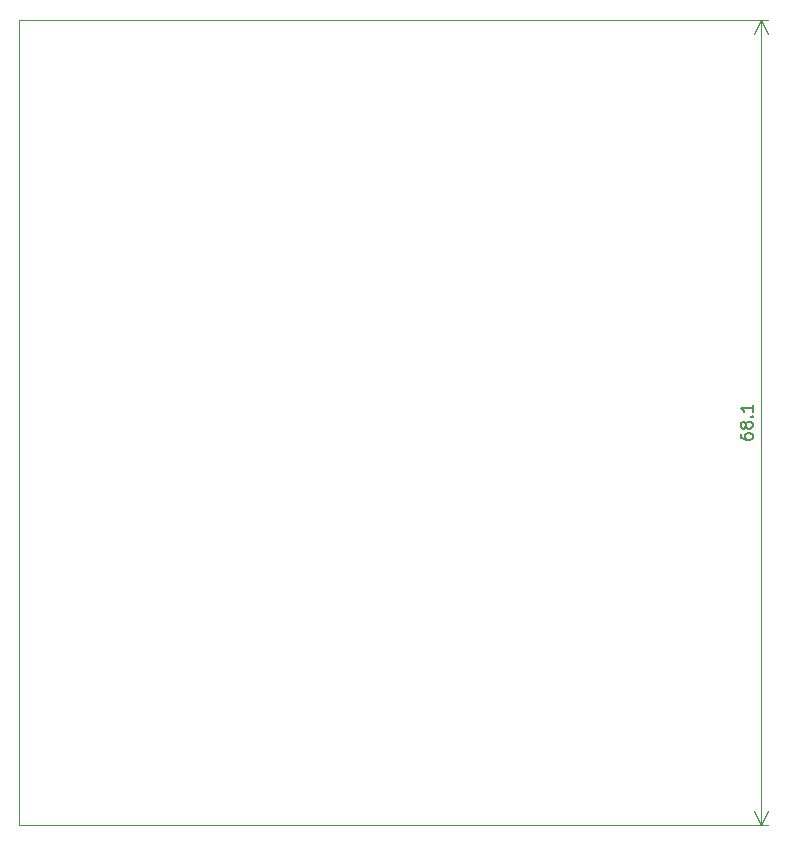
<source format=gbr>
%TF.GenerationSoftware,KiCad,Pcbnew,9.0.3*%
%TF.CreationDate,2025-07-10T08:35:26-07:00*%
%TF.ProjectId,Hackpad,4861636b-7061-4642-9e6b-696361645f70,rev?*%
%TF.SameCoordinates,Original*%
%TF.FileFunction,Profile,NP*%
%FSLAX46Y46*%
G04 Gerber Fmt 4.6, Leading zero omitted, Abs format (unit mm)*
G04 Created by KiCad (PCBNEW 9.0.3) date 2025-07-10 08:35:26*
%MOMM*%
%LPD*%
G01*
G04 APERTURE LIST*
%TA.AperFunction,Profile*%
%ADD10C,0.050000*%
%TD*%
%ADD11C,0.150000*%
G04 APERTURE END LIST*
D10*
X49100000Y-31000000D02*
X111900000Y-31000000D01*
X111900000Y-99100000D01*
X49100000Y-99100000D01*
X49100000Y-31000000D01*
D11*
X110204819Y-66049999D02*
X110204819Y-66240475D01*
X110204819Y-66240475D02*
X110252438Y-66335713D01*
X110252438Y-66335713D02*
X110300057Y-66383332D01*
X110300057Y-66383332D02*
X110442914Y-66478570D01*
X110442914Y-66478570D02*
X110633390Y-66526189D01*
X110633390Y-66526189D02*
X111014342Y-66526189D01*
X111014342Y-66526189D02*
X111109580Y-66478570D01*
X111109580Y-66478570D02*
X111157200Y-66430951D01*
X111157200Y-66430951D02*
X111204819Y-66335713D01*
X111204819Y-66335713D02*
X111204819Y-66145237D01*
X111204819Y-66145237D02*
X111157200Y-66049999D01*
X111157200Y-66049999D02*
X111109580Y-66002380D01*
X111109580Y-66002380D02*
X111014342Y-65954761D01*
X111014342Y-65954761D02*
X110776247Y-65954761D01*
X110776247Y-65954761D02*
X110681009Y-66002380D01*
X110681009Y-66002380D02*
X110633390Y-66049999D01*
X110633390Y-66049999D02*
X110585771Y-66145237D01*
X110585771Y-66145237D02*
X110585771Y-66335713D01*
X110585771Y-66335713D02*
X110633390Y-66430951D01*
X110633390Y-66430951D02*
X110681009Y-66478570D01*
X110681009Y-66478570D02*
X110776247Y-66526189D01*
X110633390Y-65383332D02*
X110585771Y-65478570D01*
X110585771Y-65478570D02*
X110538152Y-65526189D01*
X110538152Y-65526189D02*
X110442914Y-65573808D01*
X110442914Y-65573808D02*
X110395295Y-65573808D01*
X110395295Y-65573808D02*
X110300057Y-65526189D01*
X110300057Y-65526189D02*
X110252438Y-65478570D01*
X110252438Y-65478570D02*
X110204819Y-65383332D01*
X110204819Y-65383332D02*
X110204819Y-65192856D01*
X110204819Y-65192856D02*
X110252438Y-65097618D01*
X110252438Y-65097618D02*
X110300057Y-65049999D01*
X110300057Y-65049999D02*
X110395295Y-65002380D01*
X110395295Y-65002380D02*
X110442914Y-65002380D01*
X110442914Y-65002380D02*
X110538152Y-65049999D01*
X110538152Y-65049999D02*
X110585771Y-65097618D01*
X110585771Y-65097618D02*
X110633390Y-65192856D01*
X110633390Y-65192856D02*
X110633390Y-65383332D01*
X110633390Y-65383332D02*
X110681009Y-65478570D01*
X110681009Y-65478570D02*
X110728628Y-65526189D01*
X110728628Y-65526189D02*
X110823866Y-65573808D01*
X110823866Y-65573808D02*
X111014342Y-65573808D01*
X111014342Y-65573808D02*
X111109580Y-65526189D01*
X111109580Y-65526189D02*
X111157200Y-65478570D01*
X111157200Y-65478570D02*
X111204819Y-65383332D01*
X111204819Y-65383332D02*
X111204819Y-65192856D01*
X111204819Y-65192856D02*
X111157200Y-65097618D01*
X111157200Y-65097618D02*
X111109580Y-65049999D01*
X111109580Y-65049999D02*
X111014342Y-65002380D01*
X111014342Y-65002380D02*
X110823866Y-65002380D01*
X110823866Y-65002380D02*
X110728628Y-65049999D01*
X110728628Y-65049999D02*
X110681009Y-65097618D01*
X110681009Y-65097618D02*
X110633390Y-65192856D01*
X111109580Y-64573808D02*
X111157200Y-64526189D01*
X111157200Y-64526189D02*
X111204819Y-64573808D01*
X111204819Y-64573808D02*
X111157200Y-64621427D01*
X111157200Y-64621427D02*
X111109580Y-64573808D01*
X111109580Y-64573808D02*
X111204819Y-64573808D01*
X111204819Y-63573809D02*
X111204819Y-64145237D01*
X111204819Y-63859523D02*
X110204819Y-63859523D01*
X110204819Y-63859523D02*
X110347676Y-63954761D01*
X110347676Y-63954761D02*
X110442914Y-64049999D01*
X110442914Y-64049999D02*
X110490533Y-64145237D01*
D10*
X111900000Y-99100000D02*
X111900000Y-99100000D01*
X112486420Y-31000000D02*
X49600000Y-31000000D01*
X111900000Y-99100000D02*
X111900000Y-31000000D01*
X111900000Y-99100000D02*
X111313579Y-97973496D01*
X111900000Y-99100000D02*
X112486421Y-97973496D01*
X111900000Y-31000000D02*
X112486421Y-32126504D01*
X111900000Y-31000000D02*
X111313579Y-32126504D01*
D11*
X110204819Y-66049999D02*
X110204819Y-66240475D01*
X110204819Y-66240475D02*
X110252438Y-66335713D01*
X110252438Y-66335713D02*
X110300057Y-66383332D01*
X110300057Y-66383332D02*
X110442914Y-66478570D01*
X110442914Y-66478570D02*
X110633390Y-66526189D01*
X110633390Y-66526189D02*
X111014342Y-66526189D01*
X111014342Y-66526189D02*
X111109580Y-66478570D01*
X111109580Y-66478570D02*
X111157200Y-66430951D01*
X111157200Y-66430951D02*
X111204819Y-66335713D01*
X111204819Y-66335713D02*
X111204819Y-66145237D01*
X111204819Y-66145237D02*
X111157200Y-66049999D01*
X111157200Y-66049999D02*
X111109580Y-66002380D01*
X111109580Y-66002380D02*
X111014342Y-65954761D01*
X111014342Y-65954761D02*
X110776247Y-65954761D01*
X110776247Y-65954761D02*
X110681009Y-66002380D01*
X110681009Y-66002380D02*
X110633390Y-66049999D01*
X110633390Y-66049999D02*
X110585771Y-66145237D01*
X110585771Y-66145237D02*
X110585771Y-66335713D01*
X110585771Y-66335713D02*
X110633390Y-66430951D01*
X110633390Y-66430951D02*
X110681009Y-66478570D01*
X110681009Y-66478570D02*
X110776247Y-66526189D01*
X110633390Y-65383332D02*
X110585771Y-65478570D01*
X110585771Y-65478570D02*
X110538152Y-65526189D01*
X110538152Y-65526189D02*
X110442914Y-65573808D01*
X110442914Y-65573808D02*
X110395295Y-65573808D01*
X110395295Y-65573808D02*
X110300057Y-65526189D01*
X110300057Y-65526189D02*
X110252438Y-65478570D01*
X110252438Y-65478570D02*
X110204819Y-65383332D01*
X110204819Y-65383332D02*
X110204819Y-65192856D01*
X110204819Y-65192856D02*
X110252438Y-65097618D01*
X110252438Y-65097618D02*
X110300057Y-65049999D01*
X110300057Y-65049999D02*
X110395295Y-65002380D01*
X110395295Y-65002380D02*
X110442914Y-65002380D01*
X110442914Y-65002380D02*
X110538152Y-65049999D01*
X110538152Y-65049999D02*
X110585771Y-65097618D01*
X110585771Y-65097618D02*
X110633390Y-65192856D01*
X110633390Y-65192856D02*
X110633390Y-65383332D01*
X110633390Y-65383332D02*
X110681009Y-65478570D01*
X110681009Y-65478570D02*
X110728628Y-65526189D01*
X110728628Y-65526189D02*
X110823866Y-65573808D01*
X110823866Y-65573808D02*
X111014342Y-65573808D01*
X111014342Y-65573808D02*
X111109580Y-65526189D01*
X111109580Y-65526189D02*
X111157200Y-65478570D01*
X111157200Y-65478570D02*
X111204819Y-65383332D01*
X111204819Y-65383332D02*
X111204819Y-65192856D01*
X111204819Y-65192856D02*
X111157200Y-65097618D01*
X111157200Y-65097618D02*
X111109580Y-65049999D01*
X111109580Y-65049999D02*
X111014342Y-65002380D01*
X111014342Y-65002380D02*
X110823866Y-65002380D01*
X110823866Y-65002380D02*
X110728628Y-65049999D01*
X110728628Y-65049999D02*
X110681009Y-65097618D01*
X110681009Y-65097618D02*
X110633390Y-65192856D01*
X111109580Y-64573808D02*
X111157200Y-64526189D01*
X111157200Y-64526189D02*
X111204819Y-64573808D01*
X111204819Y-64573808D02*
X111157200Y-64621427D01*
X111157200Y-64621427D02*
X111109580Y-64573808D01*
X111109580Y-64573808D02*
X111204819Y-64573808D01*
X111204819Y-63573809D02*
X111204819Y-64145237D01*
X111204819Y-63859523D02*
X110204819Y-63859523D01*
X110204819Y-63859523D02*
X110347676Y-63954761D01*
X110347676Y-63954761D02*
X110442914Y-64049999D01*
X110442914Y-64049999D02*
X110490533Y-64145237D01*
D10*
X111900000Y-31000000D02*
X111900000Y-31000000D01*
X112486420Y-99100000D02*
X49600000Y-99100000D01*
X111900000Y-31000000D02*
X111900000Y-99100000D01*
X111900000Y-31000000D02*
X112486421Y-32126504D01*
X111900000Y-31000000D02*
X111313579Y-32126504D01*
X111900000Y-99100000D02*
X111313579Y-97973496D01*
X111900000Y-99100000D02*
X112486421Y-97973496D01*
M02*

</source>
